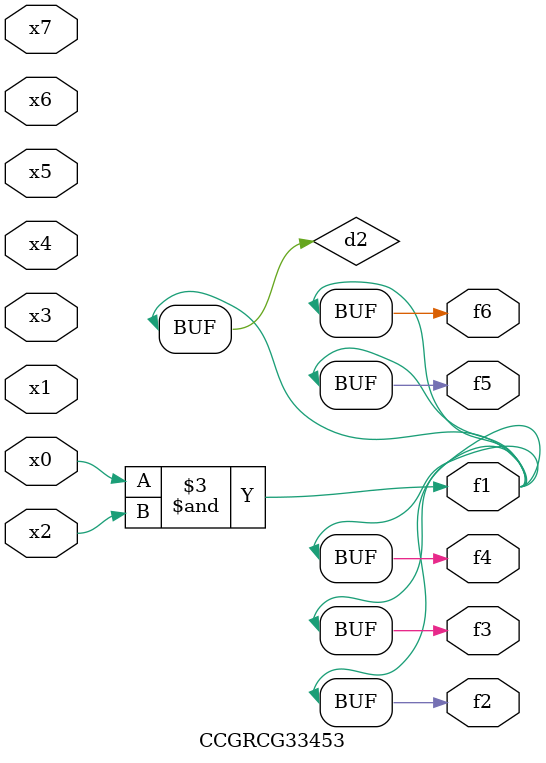
<source format=v>
module CCGRCG33453(
	input x0, x1, x2, x3, x4, x5, x6, x7,
	output f1, f2, f3, f4, f5, f6
);

	wire d1, d2;

	nor (d1, x3, x6);
	and (d2, x0, x2);
	assign f1 = d2;
	assign f2 = d2;
	assign f3 = d2;
	assign f4 = d2;
	assign f5 = d2;
	assign f6 = d2;
endmodule

</source>
